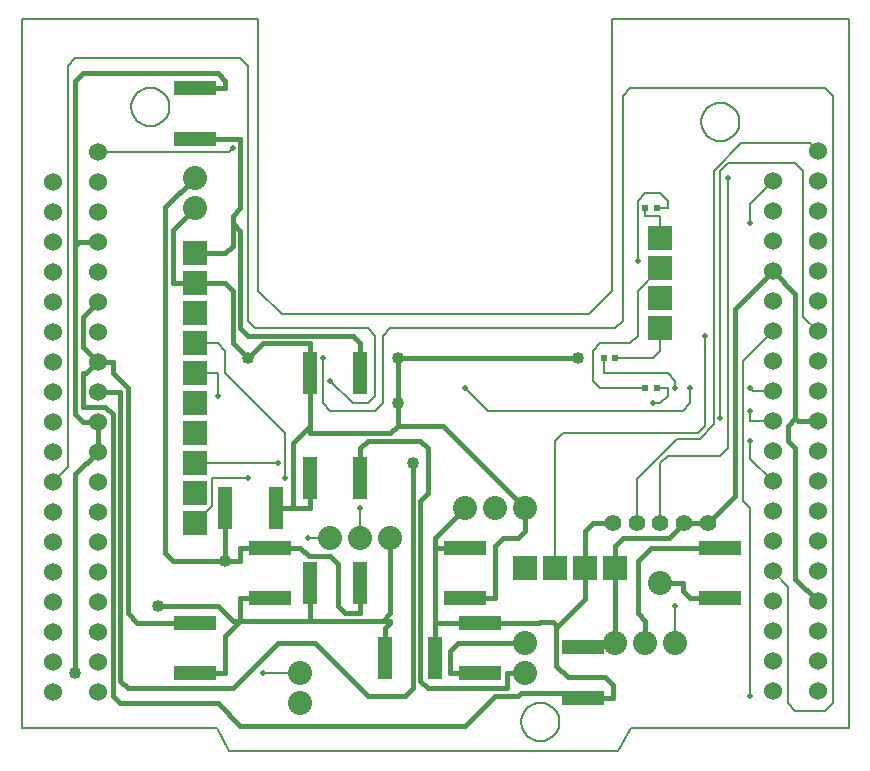
<source format=gbr>
G04 PROTEUS GERBER X2 FILE*
%TF.GenerationSoftware,Labcenter,Proteus,8.12-SP2-Build31155*%
%TF.CreationDate,2024-12-02T21:26:45+00:00*%
%TF.FileFunction,Copper,L2,Bot*%
%TF.FilePolarity,Positive*%
%TF.Part,Single*%
%TF.SameCoordinates,{72233389-6efe-41d5-b27f-3128bedcde57}*%
%FSLAX45Y45*%
%MOMM*%
G01*
%TA.AperFunction,Conductor*%
%ADD10C,0.203200*%
%ADD11C,0.381000*%
%TA.AperFunction,ViaPad*%
%ADD12C,0.508000*%
%ADD13C,1.016000*%
%TA.AperFunction,ComponentPad*%
%ADD15C,1.524000*%
%TA.AperFunction,ComponentPad*%
%ADD17C,2.032000*%
%TA.AperFunction,WasherPad*%
%ADD18C,1.397000*%
%TA.AperFunction,ComponentPad*%
%ADD19R,2.032000X2.032000*%
%TA.AperFunction,SMDPad,CuDef*%
%ADD20R,3.606800X1.295400*%
%ADD21R,1.295400X3.606800*%
%ADD22R,0.558800X0.609600*%
%TA.AperFunction,Profile*%
%ADD71C,0.203200*%
%TD.AperFunction*%
D10*
X+5214500Y+3952500D02*
X+5214500Y+4460500D01*
X+5278000Y+4524000D01*
X+5405000Y+4524000D01*
X+5468500Y+4460500D01*
X+5468500Y+4397000D01*
X+5378000Y+4397000D01*
X+5532000Y+1031500D02*
X+5532000Y+714000D01*
X+5341500Y+2746000D02*
X+5405000Y+2746000D01*
X+5468500Y+2809500D01*
X+5468500Y+2873000D01*
X+5378000Y+2873000D01*
X+5532000Y+2873000D02*
X+5532000Y+2936500D01*
X+5468500Y+3000000D01*
X+4924000Y+3000000D01*
X+4924000Y+3127000D01*
X+5786000Y+3317500D02*
X+5786000Y+2555500D01*
X+5722500Y+2492000D01*
X+4579500Y+2492000D01*
X+4516000Y+2428500D01*
X+4516000Y+1349000D01*
D11*
X+3500000Y+1525000D02*
X+3500000Y+890000D01*
X+3563500Y+890000D02*
X+3500000Y+890000D01*
X+4770000Y+1349000D02*
X+4770000Y+1088330D01*
X+4522670Y+841000D01*
X+4706500Y+426000D02*
X+4623000Y+426000D01*
X+4522670Y+526330D01*
X+4522670Y+841000D01*
X+3500000Y+841000D02*
X+3500000Y+890000D01*
X+3500000Y+841000D02*
X+3500000Y+587000D01*
X+3881000Y+890000D02*
X+4379580Y+890000D01*
X+4389000Y+899420D01*
X+3881000Y+890000D02*
X+3563500Y+890000D01*
X+769500Y+3000000D02*
X+896500Y+2873000D01*
X+896500Y+968000D01*
X+974500Y+890000D01*
X+1468000Y+890000D01*
X+4770000Y+1349000D02*
X+4770000Y+1666500D01*
X+4833500Y+1730000D01*
X+5005000Y+1730000D01*
X+641000Y+3098000D02*
X+515500Y+3223500D01*
X+515500Y+3480500D01*
X+641000Y+3606000D01*
X+641000Y+3098000D02*
X+543000Y+3000000D01*
X+515500Y+3000000D01*
X+515500Y+2717000D01*
X+706000Y+2717000D01*
X+769500Y+2653500D01*
X+769500Y+269500D01*
X+833000Y+206000D01*
X+1658500Y+206000D01*
X+1849000Y+15500D01*
X+3754000Y+15500D01*
X+4008000Y+269500D01*
X+4198500Y+269500D01*
X+4224721Y+295721D01*
X+4750000Y+295721D01*
X+4750000Y+250000D01*
X+3500000Y+1525000D02*
X+3500001Y+1525001D01*
X+3754000Y+1525001D01*
X+3754000Y+1525000D01*
X+641000Y+3098000D02*
X+769500Y+3098000D01*
X+769500Y+3000000D01*
X+3500000Y+1525000D02*
X+3500000Y+1603000D01*
X+3754000Y+1857000D01*
X+4750000Y+250000D02*
X+5004000Y+250000D01*
X+5004000Y+362500D01*
X+4940500Y+426000D01*
X+4706500Y+426000D01*
X+4389000Y+899420D02*
X+4496000Y+899420D01*
X+4522670Y+872750D01*
X+4522670Y+841000D01*
X+3309500Y+2238000D02*
X+3309500Y+333000D01*
X+3246000Y+269500D01*
X+2928500Y+269500D01*
X+2484000Y+714000D01*
X+2166500Y+714000D01*
X+1785500Y+333000D01*
X+896500Y+333000D01*
X+833000Y+396500D01*
X+833000Y+2844000D01*
X+641000Y+2844000D01*
X+1785500Y+4270000D02*
X+1849000Y+4206500D01*
X+1849000Y+3381000D01*
X+1912500Y+3317500D01*
X+2801500Y+3317500D01*
X+2865000Y+3254000D01*
X+2865000Y+3000000D01*
X+1785500Y+4270000D02*
X+1785500Y+4333500D01*
X+1849000Y+4397000D01*
X+1849000Y+4983000D01*
X+1468000Y+4983000D01*
X+1785500Y+4270000D02*
X+1785500Y+4079500D01*
X+1722000Y+4016000D01*
X+1468000Y+4016000D01*
X+4262000Y+460000D02*
X+4109600Y+460000D01*
X+4109600Y+333000D01*
X+3436500Y+333000D01*
X+3373000Y+396500D01*
X+3373000Y+1920500D01*
X+3436500Y+1984000D01*
X+3436500Y+2365000D01*
X+3373000Y+2428500D01*
X+2928500Y+2428500D01*
X+2865000Y+2365000D01*
X+2865000Y+2111000D01*
X+5278000Y+714000D02*
X+5278000Y+904500D01*
X+5214500Y+968000D01*
X+5214500Y+1412500D01*
X+5327000Y+1525000D01*
X+5913000Y+1525000D01*
X+1722000Y+1412500D02*
X+1277500Y+1412500D01*
X+1214000Y+1476000D01*
X+1214000Y+4409000D01*
X+1464000Y+4659000D01*
X+2103000Y+1525000D02*
X+2357000Y+1525000D01*
X+2430130Y+1451870D01*
X+2611000Y+1451870D01*
X+2674500Y+1388370D01*
X+2674500Y+1031500D01*
X+2738000Y+968000D01*
X+2865000Y+968000D01*
X+2865000Y+1222000D01*
X+2103000Y+1525000D02*
X+1849000Y+1525000D01*
X+1849000Y+1412500D01*
X+1722000Y+1412500D01*
X+1722000Y+1857000D01*
D10*
X+5405000Y+3381000D02*
X+5405000Y+3190500D01*
X+5341500Y+3127000D01*
X+5024000Y+3127000D01*
X+1658500Y+2809500D02*
X+1658500Y+3000000D01*
X+1468000Y+3000000D01*
X+2230000Y+2111000D02*
X+2230000Y+2492000D01*
X+1722000Y+3000000D01*
X+1722000Y+3190500D01*
X+1658500Y+3254000D01*
X+1468000Y+3254000D01*
X+1912500Y+2111000D02*
X+1613415Y+2111000D01*
X+1613415Y+1875415D01*
X+1468000Y+1730000D01*
X+2166500Y+2238000D02*
X+1468000Y+2238000D01*
D11*
X+3055500Y+904500D02*
X+2435000Y+904500D01*
X+1849000Y+904500D02*
X+2435000Y+904500D01*
X+2293500Y+1857000D02*
X+2435000Y+1857000D01*
X+2435000Y+2111000D01*
X+2293500Y+2111000D02*
X+2293500Y+1857000D01*
X+2435000Y+3000000D02*
X+2435000Y+3254000D01*
X+2039500Y+3254000D01*
X+1912500Y+3127000D01*
X+1468000Y+3762000D02*
X+1277500Y+3762000D01*
X+1277500Y+4218500D01*
X+1464000Y+4405000D01*
X+2435000Y+3000000D02*
X+2435000Y+2555500D01*
X+2293500Y+2111000D02*
X+2293500Y+2414000D01*
X+2435000Y+2555500D01*
X+2293500Y+1857000D02*
X+2152000Y+1857000D01*
X+3182500Y+2555500D02*
X+3119000Y+2492000D01*
X+2484000Y+2492000D01*
X+2435000Y+2492000D01*
X+2435000Y+2555500D01*
X+4262000Y+1857000D02*
X+4262000Y+1666500D01*
X+4198500Y+1603000D01*
X+4071500Y+1603000D01*
X+4008000Y+1539500D01*
X+4008000Y+1095000D01*
X+3754000Y+1095000D01*
X+3182500Y+3127000D02*
X+4706500Y+3127000D01*
X+452000Y+4079500D02*
X+452000Y+5476500D01*
X+515500Y+5540000D01*
X+1658500Y+5540000D01*
X+1722000Y+5476500D01*
X+1722000Y+5413000D01*
X+1468000Y+5413000D01*
X+641000Y+2590000D02*
X+515500Y+2590000D01*
X+452000Y+2653500D01*
X+452000Y+4079500D01*
X+3182500Y+2555500D02*
X+3182500Y+2746000D01*
X+5405000Y+1222000D02*
X+5595500Y+1222000D01*
X+5595500Y+1158500D01*
X+5659000Y+1095000D01*
X+5913000Y+1095000D01*
X+6356000Y+3864000D02*
X+6040000Y+3548000D01*
X+6040000Y+1965000D01*
X+5805000Y+1730000D01*
X+6356000Y+3864000D02*
X+6548000Y+3672000D01*
X+6548000Y+2619000D01*
X+5605000Y+1730000D02*
X+5478000Y+1603000D01*
X+5087500Y+1603000D01*
X+5024000Y+1539500D01*
X+5024000Y+1349000D01*
X+6548000Y+2619000D02*
X+6484500Y+2555500D01*
X+6484500Y+2428500D01*
X+6548000Y+2365000D01*
X+6548000Y+1259000D01*
X+6737000Y+1070000D01*
X+1849000Y+904500D02*
X+1722000Y+777500D01*
X+1722000Y+460000D01*
X+1468000Y+460000D01*
X+4262000Y+714000D02*
X+3690500Y+714000D01*
X+3627000Y+650500D01*
X+3627000Y+460000D01*
X+3881000Y+460000D01*
X+1849000Y+904500D02*
X+1785500Y+904500D01*
X+1658500Y+1031500D01*
X+1150500Y+1031500D01*
X+6548000Y+2619000D02*
X+6573000Y+2594000D01*
X+6737000Y+2594000D01*
X+3055500Y+904500D02*
X+3119000Y+904500D01*
X+3119000Y+890000D01*
X+3070000Y+841000D01*
X+3070000Y+587000D01*
X+641000Y+4114000D02*
X+486500Y+4114000D01*
X+452000Y+4079500D01*
X+3055500Y+904500D02*
X+3119000Y+968000D01*
X+3119000Y+1603000D01*
X+2435000Y+904500D02*
X+2435000Y+1222000D01*
X+3182500Y+3127000D02*
X+3182500Y+2746000D01*
X+5024000Y+1349000D02*
X+5024000Y+714000D01*
X+4262000Y+1857000D02*
X+3563500Y+2555500D01*
X+3182500Y+2555500D01*
X+1849000Y+1095000D02*
X+2103000Y+1095000D01*
X+641000Y+2590000D02*
X+641000Y+2336000D01*
X+5605000Y+1730000D02*
X+5805000Y+1730000D01*
X+641000Y+2336000D02*
X+452000Y+2147000D01*
X+452000Y+460000D01*
X+1849000Y+904500D02*
X+1849000Y+1095000D01*
X+1468000Y+3762000D02*
X+1722000Y+3762000D01*
X+1785500Y+3698500D01*
X+1785500Y+3254000D01*
X+1912500Y+3127000D01*
X+5024000Y+714000D02*
X+4871600Y+714000D01*
X+4871600Y+680000D01*
X+4750000Y+680000D01*
D10*
X+5405000Y+4143000D02*
X+5405000Y+4333500D01*
X+5278000Y+4333500D01*
X+5278000Y+4397000D01*
X+2039500Y+460000D02*
X+2357000Y+460000D01*
X+5913000Y+2619000D02*
X+5913000Y+4714500D01*
X+5976500Y+4778000D01*
X+6548000Y+4778000D01*
X+6611500Y+4714500D01*
X+6611500Y+3481500D01*
X+6737000Y+3356000D01*
X+6167000Y+269500D02*
X+6167000Y+1857000D01*
X+6103500Y+1920500D01*
X+6103500Y+3103500D01*
X+6356000Y+3356000D01*
X+6167000Y+2428500D02*
X+6167000Y+2275000D01*
X+6356000Y+2086000D01*
X+2547500Y+3127000D02*
X+2547500Y+2746000D01*
X+2611000Y+2682500D01*
X+2992000Y+2682500D01*
X+3055500Y+2746000D01*
X+3055500Y+3317500D01*
X+3119000Y+3381000D01*
X+5024000Y+3381000D01*
X+5087500Y+3444500D01*
X+5087500Y+5349500D01*
X+5151000Y+5413000D01*
X+6802000Y+5413000D01*
X+6865500Y+5349500D01*
X+6865500Y+206000D01*
X+6802000Y+142500D01*
X+6548000Y+142500D01*
X+6484500Y+206000D01*
X+6484500Y+1195500D01*
X+6356000Y+1324000D01*
X+5659000Y+2873000D02*
X+5659000Y+2746000D01*
X+5595500Y+2682500D01*
X+3944500Y+2682500D01*
X+3754000Y+2873000D01*
X+6167000Y+2873000D02*
X+6192000Y+2848000D01*
X+6356000Y+2848000D01*
X+6167000Y+4270000D02*
X+6167000Y+4437000D01*
X+6356000Y+4626000D01*
X+1785500Y+4905000D02*
X+1756500Y+4876000D01*
X+641000Y+4876000D01*
X+2611000Y+2936500D02*
X+2801500Y+2746000D01*
X+2928500Y+2746000D01*
X+2992000Y+2809500D01*
X+2992000Y+3317500D01*
X+2928500Y+3381000D01*
X+1976000Y+3381000D01*
X+1912500Y+3444500D01*
X+1912500Y+5603500D01*
X+1849000Y+5667000D01*
X+452000Y+5667000D01*
X+388500Y+5603500D01*
X+388500Y+2210500D01*
X+260000Y+2082000D01*
X+2420500Y+1603000D02*
X+2611000Y+1603000D01*
X+6167000Y+2682500D02*
X+6167000Y+2594000D01*
X+6356000Y+2594000D01*
X+5976500Y+4651000D02*
X+5976500Y+2365000D01*
X+5913000Y+2301500D01*
X+5468500Y+2301500D01*
X+5405000Y+2238000D01*
X+5405000Y+1730000D01*
X+5405000Y+3889000D02*
X+5214500Y+3698500D01*
X+5214500Y+3317500D01*
X+5151000Y+3254000D01*
X+4897000Y+3254000D01*
X+4833500Y+3190500D01*
X+4833500Y+2936500D01*
X+4897000Y+2873000D01*
X+5278000Y+2873000D01*
X+2865000Y+1857000D02*
X+2865000Y+1603000D01*
X+5205000Y+1730000D02*
X+5205000Y+2108709D01*
X+5545032Y+2448741D01*
X+5738106Y+2448741D01*
X+5858241Y+2568876D01*
X+5858241Y+4718436D01*
X+6087267Y+4947462D01*
X+6669538Y+4947462D01*
X+6737000Y+4880000D01*
D12*
X+5214500Y+3952500D03*
X+5532000Y+1031500D03*
X+5341500Y+2746000D03*
X+5532000Y+2873000D03*
X+5786000Y+3317500D03*
D13*
X+3309500Y+2238000D03*
X+1722000Y+1412500D03*
D12*
X+1658500Y+2809500D03*
X+2230000Y+2111000D03*
X+1912500Y+2111000D03*
X+2166500Y+2238000D03*
D13*
X+4706500Y+3127000D03*
X+3182500Y+2746000D03*
X+452000Y+460000D03*
X+1150500Y+1031500D03*
X+3182500Y+3127000D03*
X+1912500Y+3127000D03*
D12*
X+2039500Y+460000D03*
X+5913000Y+2619000D03*
X+6167000Y+269500D03*
X+6167000Y+2428500D03*
X+2547500Y+3127000D03*
X+3754000Y+2873000D03*
X+5659000Y+2873000D03*
X+6167000Y+2873000D03*
X+6167000Y+4270000D03*
X+1785500Y+4905000D03*
X+2611000Y+2936500D03*
X+2420500Y+1603000D03*
X+6167000Y+2682500D03*
X+5976500Y+4651000D03*
X+2865000Y+1857000D03*
D15*
X+641000Y+4876000D03*
X+260000Y+4622000D03*
X+641000Y+4622000D03*
X+260000Y+4368000D03*
X+641000Y+4368000D03*
X+260000Y+4114000D03*
X+641000Y+4114000D03*
X+260000Y+3860000D03*
X+641000Y+3860000D03*
X+260000Y+3606000D03*
X+641000Y+3606000D03*
X+260000Y+3352000D03*
X+641000Y+3352000D03*
X+260000Y+3098000D03*
X+641000Y+3098000D03*
X+260000Y+2844000D03*
X+641000Y+2844000D03*
X+260000Y+2590000D03*
X+641000Y+2590000D03*
X+260000Y+2336000D03*
X+641000Y+2336000D03*
X+260000Y+2082000D03*
X+641000Y+2082000D03*
X+260000Y+1828000D03*
X+641000Y+1828000D03*
X+260000Y+1574000D03*
X+641000Y+1574000D03*
X+260000Y+1320000D03*
X+641000Y+1320000D03*
X+260000Y+1066000D03*
X+641000Y+1066000D03*
X+260000Y+812000D03*
X+641000Y+812000D03*
X+260000Y+558000D03*
X+641000Y+558000D03*
X+260000Y+304000D03*
X+641000Y+304000D03*
X+6737000Y+4880000D03*
X+6356000Y+4626000D03*
X+6737000Y+4626000D03*
X+6356000Y+4372000D03*
X+6737000Y+4372000D03*
X+6356000Y+4118000D03*
X+6737000Y+4118000D03*
X+6356000Y+3864000D03*
X+6737000Y+3864000D03*
X+6356000Y+3610000D03*
X+6737000Y+3610000D03*
X+6356000Y+3356000D03*
X+6737000Y+3356000D03*
X+6356000Y+3102000D03*
X+6737000Y+3102000D03*
X+6356000Y+2848000D03*
X+6737000Y+2848000D03*
X+6356000Y+2594000D03*
X+6737000Y+2594000D03*
X+6356000Y+2340000D03*
X+6737000Y+2340000D03*
X+6356000Y+2086000D03*
X+6737000Y+2086000D03*
X+6356000Y+1832000D03*
X+6737000Y+1832000D03*
X+6356000Y+1578000D03*
X+6737000Y+1578000D03*
X+6356000Y+1324000D03*
X+6737000Y+1324000D03*
X+6356000Y+1070000D03*
X+6737000Y+1070000D03*
X+6356000Y+816000D03*
X+6737000Y+816000D03*
X+6356000Y+562000D03*
X+6737000Y+562000D03*
X+6356000Y+308000D03*
X+6737000Y+308000D03*
D17*
X+3754000Y+1857000D03*
X+4008000Y+1857000D03*
X+4262000Y+1857000D03*
X+2357000Y+460000D03*
X+2357000Y+206000D03*
D18*
X+5005000Y+1730000D03*
X+5205000Y+1730000D03*
X+5405000Y+1730000D03*
X+5605000Y+1730000D03*
X+5805000Y+1730000D03*
D19*
X+5024000Y+1349000D03*
X+4770000Y+1349000D03*
X+4516000Y+1349000D03*
X+4262000Y+1349000D03*
X+1468000Y+4016000D03*
X+1468000Y+3762000D03*
X+1468000Y+3508000D03*
X+1468000Y+3254000D03*
X+1468000Y+3000000D03*
X+1468000Y+2746000D03*
X+1468000Y+2492000D03*
X+1468000Y+2238000D03*
X+1468000Y+1984000D03*
X+1468000Y+1730000D03*
D17*
X+5532000Y+714000D03*
X+5278000Y+714000D03*
X+5024000Y+714000D03*
X+4262000Y+460000D03*
X+4262000Y+714000D03*
X+3119000Y+1603000D03*
X+2865000Y+1603000D03*
X+2611000Y+1603000D03*
X+5405000Y+1222000D03*
X+1464000Y+4659000D03*
X+1464000Y+4405000D03*
D19*
X+5405000Y+4143000D03*
X+5405000Y+3889000D03*
X+5405000Y+3635000D03*
X+5405000Y+3381000D03*
D20*
X+3754000Y+1095000D03*
X+3754000Y+1525000D03*
X+3881000Y+460000D03*
X+3881000Y+890000D03*
X+1468000Y+5413000D03*
X+1468000Y+4983000D03*
D21*
X+2435000Y+3000000D03*
X+2865000Y+3000000D03*
X+2435000Y+1222000D03*
X+2865000Y+1222000D03*
X+3070000Y+587000D03*
X+3500000Y+587000D03*
D20*
X+4750000Y+680000D03*
X+4750000Y+250000D03*
X+5913000Y+1095000D03*
X+5913000Y+1525000D03*
D21*
X+2435000Y+2111000D03*
X+2865000Y+2111000D03*
D20*
X+1468000Y+460000D03*
X+1468000Y+890000D03*
X+2103000Y+1095000D03*
X+2103000Y+1525000D03*
D21*
X+2152000Y+1857000D03*
X+1722000Y+1857000D03*
D22*
X+5378000Y+4397000D03*
X+5278000Y+4397000D03*
X+5378000Y+2873000D03*
X+5278000Y+2873000D03*
X+4924000Y+3127000D03*
X+5024000Y+3127000D03*
D71*
X+0Y+0D02*
X+1650000Y+0D01*
X+7000000Y+0D02*
X+7000000Y+6000000D01*
X+5000000Y+6000000D01*
X+5000000Y+3700000D01*
X+4800000Y+3500000D01*
X+2200000Y+3500000D01*
X+2000000Y+3700000D02*
X+2000000Y+6000000D01*
X+0Y+6000000D01*
X+0Y+0D01*
X+2000000Y+3700000D02*
X+2200000Y+3500000D01*
X+5160000Y+0D02*
X+7000000Y+0D01*
X+1750000Y-200000D02*
X+5050000Y-200000D01*
X+1650000Y+0D02*
X+1750000Y-200000D01*
X+5160000Y+0D02*
X+5050000Y-200000D01*
X+4550045Y+50000D02*
X+4549508Y+63142D01*
X+4545144Y+89427D01*
X+4536029Y+115712D01*
X+4521182Y+141997D01*
X+4498470Y+168118D01*
X+4472185Y+187898D01*
X+4445900Y+200658D01*
X+4419615Y+208108D01*
X+4393330Y+210987D01*
X+4389000Y+211045D01*
X+4227955Y+50000D02*
X+4228492Y+63142D01*
X+4232856Y+89427D01*
X+4241971Y+115712D01*
X+4256818Y+141997D01*
X+4279530Y+168118D01*
X+4305815Y+187898D01*
X+4332100Y+200658D01*
X+4358385Y+208108D01*
X+4384670Y+210987D01*
X+4389000Y+211045D01*
X+4227955Y+50000D02*
X+4228492Y+36858D01*
X+4232856Y+10573D01*
X+4241971Y-15712D01*
X+4256818Y-41997D01*
X+4279530Y-68118D01*
X+4305815Y-87898D01*
X+4332100Y-100658D01*
X+4358385Y-108108D01*
X+4384670Y-110987D01*
X+4389000Y-111045D01*
X+4550045Y+50000D02*
X+4549508Y+36858D01*
X+4545144Y+10573D01*
X+4536029Y-15712D01*
X+4521182Y-41997D01*
X+4498470Y-68118D01*
X+4472185Y-87898D01*
X+4445900Y-100658D01*
X+4419615Y-108108D01*
X+4393330Y-110987D01*
X+4389000Y-111045D01*
X+6074045Y+5130000D02*
X+6073508Y+5143142D01*
X+6069144Y+5169427D01*
X+6060029Y+5195712D01*
X+6045182Y+5221997D01*
X+6022470Y+5248118D01*
X+5996185Y+5267898D01*
X+5969900Y+5280658D01*
X+5943615Y+5288108D01*
X+5917330Y+5290987D01*
X+5913000Y+5291045D01*
X+5751955Y+5130000D02*
X+5752492Y+5143142D01*
X+5756856Y+5169427D01*
X+5765971Y+5195712D01*
X+5780818Y+5221997D01*
X+5803530Y+5248118D01*
X+5829815Y+5267898D01*
X+5856100Y+5280658D01*
X+5882385Y+5288108D01*
X+5908670Y+5290987D01*
X+5913000Y+5291045D01*
X+5751955Y+5130000D02*
X+5752492Y+5116858D01*
X+5756856Y+5090573D01*
X+5765971Y+5064288D01*
X+5780818Y+5038003D01*
X+5803530Y+5011882D01*
X+5829815Y+4992102D01*
X+5856100Y+4979342D01*
X+5882385Y+4971892D01*
X+5908670Y+4969013D01*
X+5913000Y+4968955D01*
X+6074045Y+5130000D02*
X+6073508Y+5116858D01*
X+6069144Y+5090573D01*
X+6060029Y+5064288D01*
X+6045182Y+5038003D01*
X+6022470Y+5011882D01*
X+5996185Y+4992102D01*
X+5969900Y+4979342D01*
X+5943615Y+4971892D01*
X+5917330Y+4969013D01*
X+5913000Y+4968955D01*
X+1248045Y+5257000D02*
X+1247508Y+5270142D01*
X+1243144Y+5296427D01*
X+1234029Y+5322712D01*
X+1219182Y+5348997D01*
X+1196470Y+5375118D01*
X+1170185Y+5394898D01*
X+1143900Y+5407658D01*
X+1117615Y+5415108D01*
X+1091330Y+5417987D01*
X+1087000Y+5418045D01*
X+925955Y+5257000D02*
X+926492Y+5270142D01*
X+930856Y+5296427D01*
X+939971Y+5322712D01*
X+954818Y+5348997D01*
X+977530Y+5375118D01*
X+1003815Y+5394898D01*
X+1030100Y+5407658D01*
X+1056385Y+5415108D01*
X+1082670Y+5417987D01*
X+1087000Y+5418045D01*
X+925955Y+5257000D02*
X+926492Y+5243858D01*
X+930856Y+5217573D01*
X+939971Y+5191288D01*
X+954818Y+5165003D01*
X+977530Y+5138882D01*
X+1003815Y+5119102D01*
X+1030100Y+5106342D01*
X+1056385Y+5098892D01*
X+1082670Y+5096013D01*
X+1087000Y+5095955D01*
X+1248045Y+5257000D02*
X+1247508Y+5243858D01*
X+1243144Y+5217573D01*
X+1234029Y+5191288D01*
X+1219182Y+5165003D01*
X+1196470Y+5138882D01*
X+1170185Y+5119102D01*
X+1143900Y+5106342D01*
X+1117615Y+5098892D01*
X+1091330Y+5096013D01*
X+1087000Y+5095955D01*
M02*

</source>
